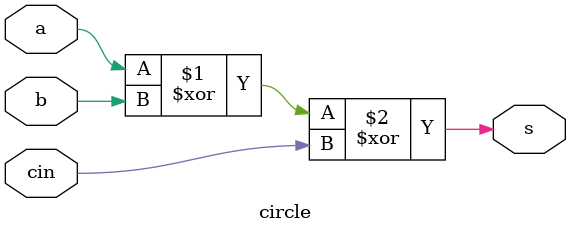
<source format=v>
module test
(
  output wire [15:0] S,
  output wire cout,
  input wire [15:0] a,
  input wire [15:0] b,
  input wire sel
);
wire [15:0] b_res;
    wire cin = sel;

    assign b_res = b ^ {16{sel}}; // If sel=1, take 2's complement of b

    // Propagate and Generate signals
    wire [15:0] p, g;
    assign p = a ^ b_res;
    assign g = a & b_res;

    // Group generate signals for each level
    wire [3:0] lvl1_G;
    wire [1:0] lvl2_G;
    wire [0:0] lvl3_G;
    wire [7:0] lvl4_G;

    // Level 1 (per 2 bits)
    assign lvl1_G[0] = g[0] | (p[0] & cin);
    assign lvl1_G[1] = g[1] | (p[1] & lvl1_G[0]);
    assign lvl1_G[2] = g[2] | (p[2] & lvl1_G[1]);
    assign lvl1_G[3] = g[3] | (p[3] & lvl1_G[2]);

    // Level 2 (per 4 bits)
    assign lvl2_G[0] = g[4] | (p[4] & lvl1_G[3]);
    assign lvl2_G[1] = g[5] | (p[5] & lvl2_G[0]);

    // Level 3 (per 8 bits)
    assign lvl3_G[0] = g[6] | (p[6] & lvl2_G[1]);

    // Level 4 (complete 16 bits)
    assign lvl4_G[0] = g[7]  | (p[7]  & lvl3_G[0]);
    assign lvl4_G[1] = g[8]  | (p[8]  & lvl4_G[0]);
    assign lvl4_G[2] = g[9]  | (p[9]  & lvl4_G[1]);
    assign lvl4_G[3] = g[10] | (p[10] & lvl4_G[2]);
    assign lvl4_G[4] = g[11] | (p[11] & lvl4_G[3]);
    assign lvl4_G[5] = g[12] | (p[12] & lvl4_G[4]);
    assign lvl4_G[6] = g[13] | (p[13] & lvl4_G[5]);
    assign lvl4_G[7] = g[14] | (p[14] & lvl4_G[6]);

    // Final sum bits using 'circle' (1-bit adder)
    circle circle_0  (a[0],  b_res[0],  cin,         S[0]);
    circle circle_1  (a[1],  b_res[1],  lvl1_G[0],   S[1]);
    circle circle_2  (a[2],  b_res[2],  lvl1_G[1],   S[2]);
    circle circle_3  (a[3],  b_res[3],  lvl1_G[2],   S[3]);
    circle circle_4  (a[4],  b_res[4],  lvl1_G[3],   S[4]);
    circle circle_5  (a[5],  b_res[5],  lvl2_G[0],   S[5]);
    circle circle_6  (a[6],  b_res[6],  lvl2_G[1],   S[6]);
    circle circle_7  (a[7],  b_res[7],  lvl3_G[0],   S[7]);
    circle circle_8  (a[8],  b_res[8],  lvl4_G[0],   S[8]);
    circle circle_9  (a[9],  b_res[9],  lvl4_G[1],   S[9]);
    circle circle_10 (a[10], b_res[10], lvl4_G[2],   S[10]);
    circle circle_11 (a[11], b_res[11], lvl4_G[3],   S[11]);
    circle circle_12 (a[12], b_res[12], lvl4_G[4],   S[12]);
    circle circle_13 (a[13], b_res[13], lvl4_G[5],   S[13]);
    circle circle_14 (a[14], b_res[14], lvl4_G[6],   S[14]);
    circle circle_15 (a[15], b_res[15], lvl4_G[7],   S[15]);

    assign cout = g[15] | (p[15] & lvl4_G[7]);

endmodule

// noconn a[15:0]
// noconn b[15:0]
// noconn sel
// noconn S[15:0]
// noconn cout
module circle(input a, input b, input cin, output s);
    assign s = a ^ b ^ cin;

endmodule

</source>
